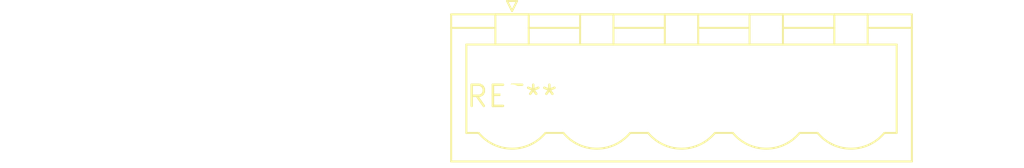
<source format=kicad_pcb>
(kicad_pcb (version 20240108) (generator pcbnew)
  (layers (0 "F.Cu" signal) (31 "B.Cu" signal) (34 "B.Paste" user) (35 "F.Paste" user) (36 "B.SilkS" user "B.Silkscreen") (37 "F.SilkS" user "F.Silkscreen") (38 "B.Mask" user) (39 "F.Mask" user) (44 "Edge.Cuts" user))
  (net 0 "")
  (footprint "PhoenixContact_MSTBVA_2,5_5-G-5,08_1x05_P5.08mm_Vertical" (layer "F.Cu") (at 0 0)
    (property "Reference" "REF**")
    (property "Value" "PhoenixContact_MSTBVA_2,5_5-G-5,08_1x05_P5.08mm_Vertical")
    (fp_line (start -3.65 -4.91) (end -3.65 3.91) (layer "F.SilkS") (stroke (width 0.12)))
    (fp_line (start -3.65 -4.1) (end -1.11 -4.1) (layer "F.SilkS") (stroke (width 0.12)))
    (fp_line (start -3.65 3.91) (end 23.97 3.91) (layer "F.SilkS") (stroke (width 0.12)))
    (fp_line (start -2.74 -3.1) (end 23.06 -3.1) (layer "F.SilkS") (stroke (width 0.12)))
    (fp_line (start -2.74 2.2) (end -2.74 -3.1) (layer "F.SilkS") (stroke (width 0.12)))
    (fp_line (start -2 2.2) (end -2.74 2.2) (layer "F.SilkS") (stroke (width 0.12)))
    (fp_line (start -1 -4.91) (end 1 -4.91) (layer "F.SilkS") (stroke (width 0.12)))
    (fp_line (start -1 -3.1) (end -1 -4.91) (layer "F.SilkS") (stroke (width 0.12)))
    (fp_line (start -0.3 -5.71) (end 0.3 -5.71) (layer "F.SilkS") (stroke (width 0.12)))
    (fp_line (start 0 -5.11) (end -0.3 -5.71) (layer "F.SilkS") (stroke (width 0.12)))
    (fp_line (start 0.3 -5.71) (end 0 -5.11) (layer "F.SilkS") (stroke (width 0.12)))
    (fp_line (start 1 -4.91) (end 1 -3.1) (layer "F.SilkS") (stroke (width 0.12)))
    (fp_line (start 1 -4.1) (end 4.08 -4.1) (layer "F.SilkS") (stroke (width 0.12)))
    (fp_line (start 1 -3.1) (end -1 -3.1) (layer "F.SilkS") (stroke (width 0.12)))
    (fp_line (start 2 2.2) (end 3.08 2.2) (layer "F.SilkS") (stroke (width 0.12)))
    (fp_line (start 4.08 -4.91) (end 6.08 -4.91) (layer "F.SilkS") (stroke (width 0.12)))
    (fp_line (start 4.08 -3.1) (end 4.08 -4.91) (layer "F.SilkS") (stroke (width 0.12)))
    (fp_line (start 6.08 -4.91) (end 6.08 -3.1) (layer "F.SilkS") (stroke (width 0.12)))
    (fp_line (start 6.08 -4.1) (end 9.16 -4.1) (layer "F.SilkS") (stroke (width 0.12)))
    (fp_line (start 6.08 -3.1) (end 4.08 -3.1) (layer "F.SilkS") (stroke (width 0.12)))
    (fp_line (start 7.08 2.2) (end 8.16 2.2) (layer "F.SilkS") (stroke (width 0.12)))
    (fp_line (start 9.16 -4.91) (end 11.16 -4.91) (layer "F.SilkS") (stroke (width 0.12)))
    (fp_line (start 9.16 -3.1) (end 9.16 -4.91) (layer "F.SilkS") (stroke (width 0.12)))
    (fp_line (start 11.16 -4.91) (end 11.16 -3.1) (layer "F.SilkS") (stroke (width 0.12)))
    (fp_line (start 11.16 -4.1) (end 14.24 -4.1) (layer "F.SilkS") (stroke (width 0.12)))
    (fp_line (start 11.16 -3.1) (end 9.16 -3.1) (layer "F.SilkS") (stroke (width 0.12)))
    (fp_line (start 12.16 2.2) (end 13.24 2.2) (layer "F.SilkS") (stroke (width 0.12)))
    (fp_line (start 14.24 -4.91) (end 16.24 -4.91) (layer "F.SilkS") (stroke (width 0.12)))
    (fp_line (start 14.24 -3.1) (end 14.24 -4.91) (layer "F.SilkS") (stroke (width 0.12)))
    (fp_line (start 16.24 -4.91) (end 16.24 -3.1) (layer "F.SilkS") (stroke (width 0.12)))
    (fp_line (start 16.24 -4.1) (end 19.32 -4.1) (layer "F.SilkS") (stroke (width 0.12)))
    (fp_line (start 16.24 -3.1) (end 14.24 -3.1) (layer "F.SilkS") (stroke (width 0.12)))
    (fp_line (start 17.24 2.2) (end 18.32 2.2) (layer "F.SilkS") (stroke (width 0.12)))
    (fp_line (start 19.32 -4.91) (end 21.32 -4.91) (layer "F.SilkS") (stroke (width 0.12)))
    (fp_line (start 19.32 -3.1) (end 19.32 -4.91) (layer "F.SilkS") (stroke (width 0.12)))
    (fp_line (start 21.32 -4.91) (end 21.32 -3.1) (layer "F.SilkS") (stroke (width 0.12)))
    (fp_line (start 21.32 -3.1) (end 19.32 -3.1) (layer "F.SilkS") (stroke (width 0.12)))
    (fp_line (start 23.06 -3.1) (end 23.06 2.2) (layer "F.SilkS") (stroke (width 0.12)))
    (fp_line (start 23.06 2.2) (end 22.32 2.2) (layer "F.SilkS") (stroke (width 0.12)))
    (fp_line (start 23.97 -4.91) (end -3.65 -4.91) (layer "F.SilkS") (stroke (width 0.12)))
    (fp_line (start 23.97 -4.1) (end 21.43 -4.1) (layer "F.SilkS") (stroke (width 0.12)))
    (fp_line (start 23.97 3.91) (end 23.97 -4.91) (layer "F.SilkS") (stroke (width 0.12)))
    (fp_arc (start 1.986842 2.215821) (mid -0.010289 3.142758) (end -2 2.2) (layer "F.SilkS") (stroke (width 0.12)))
    (fp_arc (start 7.066842 2.215821) (mid 5.069711 3.142758) (end 3.08 2.2) (layer "F.SilkS") (stroke (width 0.12)))
    (fp_arc (start 12.146842 2.215821) (mid 10.149711 3.142758) (end 8.16 2.2) (layer "F.SilkS") (stroke (width 0.12)))
    (fp_arc (start 17.226842 2.215821) (mid 15.229711 3.142758) (end 13.24 2.2) (layer "F.SilkS") (stroke (width 0.12)))
    (fp_arc (start 22.306842 2.215821) (mid 20.309711 3.142758) (end 18.32 2.2) (layer "F.SilkS") (stroke (width 0.12)))
    (pad "1" thru_hole roundrect (at 0 0) (size 2.08 3.6) (drill 1.4) (layers *.Cu *.Mask) (remove_unused_layers) (roundrect_rratio 0.120192))
    (pad "2" thru_hole oval (at 5.08 0) (size 2.08 3.6) (drill 1.4) (layers *.Cu *.Mask) (remove_unused_layers))
    (pad "3" thru_hole oval (at 10.16 0) (size 2.08 3.6) (drill 1.4) (layers *.Cu *.Mask) (remove_unused_layers))
    (pad "4" thru_hole oval (at 15.24 0) (size 2.08 3.6) (drill 1.4) (layers *.Cu *.Mask) (remove_unused_layers))
    (pad "5" thru_hole oval (at 20.32 0) (size 2.08 3.6) (drill 1.4) (layers *.Cu *.Mask) (remove_unused_layers))
  )
)
</source>
